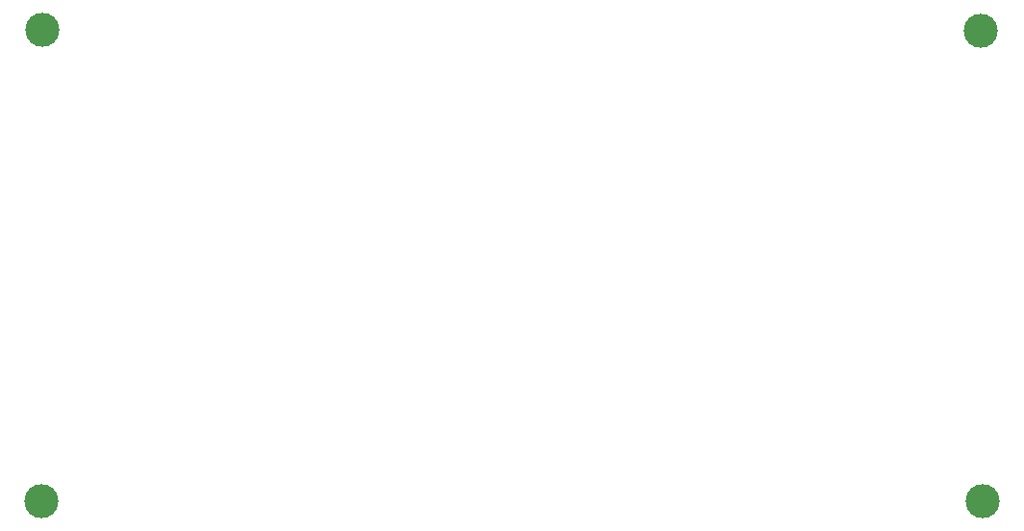
<source format=gbr>
%TF.GenerationSoftware,KiCad,Pcbnew,(5.1.6)-1*%
%TF.CreationDate,2020-10-14T00:51:24+03:00*%
%TF.ProjectId,aplx6.rev2.blank,61706c78-362e-4726-9576-322e626c616e,rev?*%
%TF.SameCoordinates,Original*%
%TF.FileFunction,Copper,L2,Bot*%
%TF.FilePolarity,Positive*%
%FSLAX46Y46*%
G04 Gerber Fmt 4.6, Leading zero omitted, Abs format (unit mm)*
G04 Created by KiCad (PCBNEW (5.1.6)-1) date 2020-10-14 00:51:24*
%MOMM*%
%LPD*%
G01*
G04 APERTURE LIST*
%TA.AperFunction,ComponentPad*%
%ADD10C,3.000000*%
%TD*%
G04 APERTURE END LIST*
D10*
%TO.P,U4,*%
%TO.N,*%
X189650000Y-103000000D03*
%TD*%
%TO.P,U4,*%
%TO.N,*%
X189450000Y-61550000D03*
%TD*%
%TO.P,U4,*%
%TO.N,*%
X106850000Y-103000000D03*
%TD*%
%TO.P,U4,*%
%TO.N,*%
X106950000Y-61500000D03*
%TD*%
M02*

</source>
